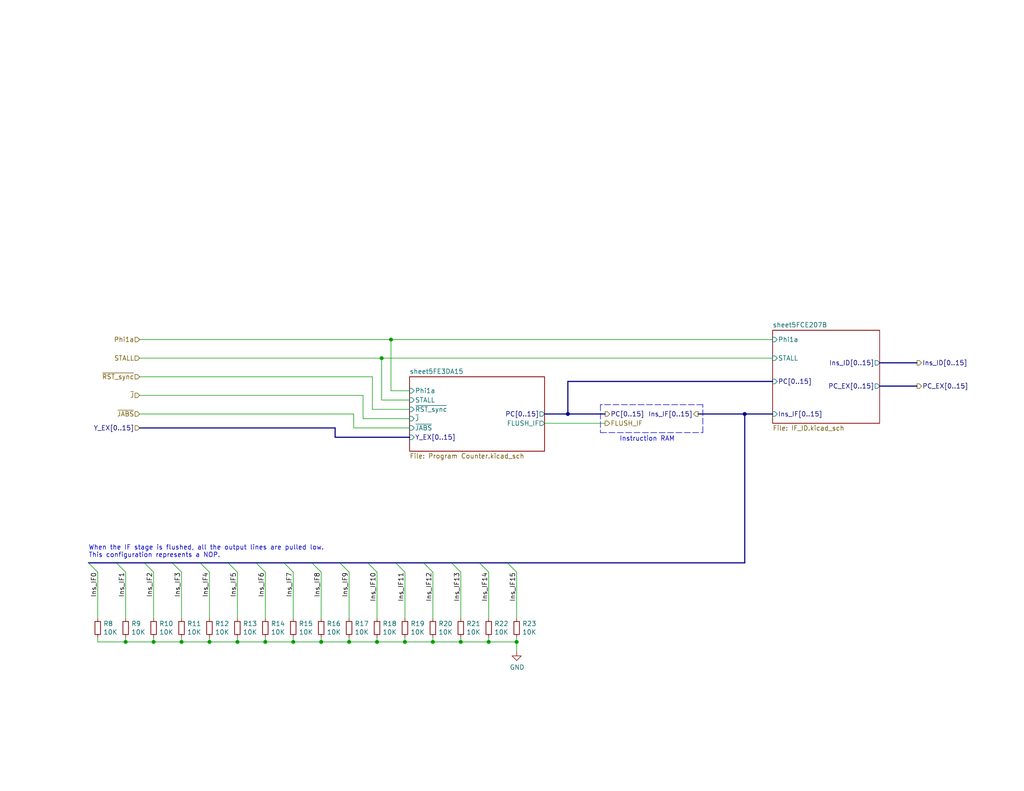
<source format=kicad_sch>
(kicad_sch (version 20211123) (generator eeschema)
  (paper "USLetter")
  (title_block (title "IF") (date "2022-09-25") (rev "C"))
  (lib_symbols
    (symbol "Device:R_Small" (pin_numbers hide) (pin_names (offset 0.254) hide)
      (property "Reference" "R" (at 0.762 0.508 0))
      (property "Value" "R_Small" (at 0.762 -1.016 0))
      (symbol "R_Small_0_1"
        (rectangle (start -0.762 1.778) (end 0.762 -1.778) (stroke (width 0.2032)))
      )
      (symbol "R_Small_1_1"
        (pin passive line (at 0 2.54 270) (length 0.762) (name "~") (number "1"))
        (pin passive line (at 0 -2.54 90) (length 0.762) (name "~") (number "2"))
      )
    )
    (symbol "power:GND" (power) (pin_names (offset 0))
      (property "Value" "GND" (at 0 -3.81 0))
      (symbol "GND_0_1"
        (polyline (pts (xy 0 0) (xy 0 -1.27) (xy 1.27 -1.27) (xy 0 -2.54) (xy -1.27 -1.27) (xy 0 -1.27)))
      )
      (symbol "GND_1_1"
        (pin power_in line (at 0 0 270) (length 0) hide (name "GND") (number "1"))
      )
    )
  )
  (junction (at 64.77 175.26))
  (junction (at 80.01 175.26))
  (junction (at 87.63 175.26))
  (junction (at 203.2 113.03))
  (junction (at 102.87 175.26))
  (junction (at 57.15 175.26))
  (junction (at 104.14 97.79))
  (junction (at 125.73 175.26))
  (junction (at 72.39 175.26))
  (junction (at 106.68 92.71))
  (junction (at 154.94 113.03))
  (junction (at 34.29 175.26))
  (junction (at 133.35 175.26))
  (junction (at 110.49 175.26))
  (junction (at 49.53 175.26))
  (junction (at 95.25 175.26))
  (junction (at 140.97 175.26))
  (junction (at 118.11 175.26))
  (junction (at 41.91 175.26))
  (bus_entry (at 57.15 156.21) (size -2.54 -2.54))
  (bus_entry (at 87.63 156.21) (size -2.54 -2.54))
  (bus_entry (at 140.97 156.21) (size -2.54 -2.54))
  (bus_entry (at 102.87 156.21) (size -2.54 -2.54))
  (bus_entry (at 95.25 156.21) (size -2.54 -2.54))
  (bus_entry (at 41.91 156.21) (size -2.54 -2.54))
  (bus_entry (at 80.01 156.21) (size -2.54 -2.54))
  (bus_entry (at 118.11 156.21) (size -2.54 -2.54))
  (bus_entry (at 64.77 156.21) (size -2.54 -2.54))
  (bus_entry (at 133.35 156.21) (size -2.54 -2.54))
  (bus_entry (at 125.73 156.21) (size -2.54 -2.54))
  (bus_entry (at 34.29 156.21) (size -2.54 -2.54))
  (bus_entry (at 26.67 156.21) (size -2.54 -2.54))
  (bus_entry (at 49.53 156.21) (size -2.54 -2.54))
  (bus_entry (at 110.49 156.21) (size -2.54 -2.54))
  (bus_entry (at 72.39 156.21) (size -2.54 -2.54))
  (bus (pts (xy 148.59 113.03) (xy 154.94 113.03)))
  (bus (pts (xy 107.95 153.67) (xy 115.57 153.67)))
  (wire (pts (xy 41.91 175.26) (xy 41.91 173.99)))
  (bus (pts (xy 115.57 153.67) (xy 123.19 153.67)))
  (wire (pts (xy 26.67 156.21) (xy 26.67 168.91)))
  (wire (pts (xy 106.68 92.71) (xy 210.82 92.71)))
  (wire (pts (xy 118.11 156.21) (xy 118.11 168.91)))
  (wire (pts (xy 140.97 175.26) (xy 133.35 175.26)))
  (wire (pts (xy 125.73 175.26) (xy 125.73 173.99)))
  (bus (pts (xy 92.71 153.67) (xy 100.33 153.67)))
  (polyline (pts (xy 191.77 110.49) (xy 163.83 110.49)))
  (bus (pts (xy 154.94 104.14) (xy 210.82 104.14)))
  (bus (pts (xy 62.23 153.67) (xy 69.85 153.67)))
  (bus (pts (xy 77.47 153.67) (xy 85.09 153.67)))
  (wire (pts (xy 38.1 107.95) (xy 99.06 107.95)))
  (wire (pts (xy 87.63 156.21) (xy 87.63 168.91)))
  (bus (pts (xy 85.09 153.67) (xy 92.71 153.67)))
  (wire (pts (xy 49.53 175.26) (xy 49.53 173.99)))
  (wire (pts (xy 133.35 175.26) (xy 133.35 173.99)))
  (polyline (pts (xy 163.83 118.11) (xy 191.77 118.11)))
  (wire (pts (xy 102.87 175.26) (xy 102.87 173.99)))
  (bus (pts (xy 250.19 105.41) (xy 240.03 105.41)))
  (bus (pts (xy 111.76 119.38) (xy 91.44 119.38)))
  (wire (pts (xy 101.6 111.76) (xy 101.6 102.87)))
  (wire (pts (xy 102.87 175.26) (xy 95.25 175.26)))
  (wire (pts (xy 148.59 115.57) (xy 165.1 115.57)))
  (wire (pts (xy 95.25 156.21) (xy 95.25 168.91)))
  (wire (pts (xy 26.67 175.26) (xy 26.67 173.99)))
  (wire (pts (xy 95.25 175.26) (xy 87.63 175.26)))
  (wire (pts (xy 110.49 156.21) (xy 110.49 168.91)))
  (wire (pts (xy 72.39 156.21) (xy 72.39 168.91)))
  (wire (pts (xy 38.1 97.79) (xy 104.14 97.79)))
  (wire (pts (xy 87.63 175.26) (xy 87.63 173.99)))
  (wire (pts (xy 210.82 97.79) (xy 104.14 97.79)))
  (wire (pts (xy 57.15 175.26) (xy 49.53 175.26)))
  (wire (pts (xy 38.1 102.87) (xy 101.6 102.87)))
  (wire (pts (xy 41.91 175.26) (xy 34.29 175.26)))
  (bus (pts (xy 123.19 153.67) (xy 130.81 153.67)))
  (bus (pts (xy 138.43 153.67) (xy 203.2 153.67)))
  (wire (pts (xy 133.35 175.26) (xy 125.73 175.26)))
  (wire (pts (xy 64.77 175.26) (xy 64.77 173.99)))
  (wire (pts (xy 118.11 175.26) (xy 118.11 173.99)))
  (wire (pts (xy 80.01 175.26) (xy 72.39 175.26)))
  (wire (pts (xy 64.77 175.26) (xy 57.15 175.26)))
  (wire (pts (xy 95.25 175.26) (xy 95.25 173.99)))
  (bus (pts (xy 203.2 113.03) (xy 210.82 113.03)))
  (wire (pts (xy 110.49 175.26) (xy 110.49 173.99)))
  (wire (pts (xy 111.76 114.3) (xy 99.06 114.3)))
  (polyline (pts (xy 163.83 110.49) (xy 163.83 118.11)))
  (wire (pts (xy 57.15 156.21) (xy 57.15 168.91)))
  (bus (pts (xy 190.5 113.03) (xy 203.2 113.03)))
  (wire (pts (xy 38.1 113.03) (xy 96.52 113.03)))
  (wire (pts (xy 34.29 175.26) (xy 34.29 173.99)))
  (wire (pts (xy 80.01 175.26) (xy 80.01 173.99)))
  (wire (pts (xy 111.76 109.22) (xy 104.14 109.22)))
  (wire (pts (xy 110.49 175.26) (xy 102.87 175.26)))
  (bus (pts (xy 91.44 116.84) (xy 38.1 116.84)))
  (bus (pts (xy 46.99 153.67) (xy 54.61 153.67)))
  (wire (pts (xy 34.29 156.21) (xy 34.29 168.91)))
  (wire (pts (xy 49.53 175.26) (xy 41.91 175.26)))
  (wire (pts (xy 111.76 116.84) (xy 96.52 116.84)))
  (wire (pts (xy 64.77 156.21) (xy 64.77 168.91)))
  (polyline (pts (xy 191.77 118.11) (xy 191.77 110.49)))
  (wire (pts (xy 96.52 116.84) (xy 96.52 113.03)))
  (wire (pts (xy 140.97 156.21) (xy 140.97 168.91)))
  (wire (pts (xy 140.97 175.26) (xy 140.97 173.99)))
  (wire (pts (xy 80.01 156.21) (xy 80.01 168.91)))
  (wire (pts (xy 111.76 111.76) (xy 101.6 111.76)))
  (wire (pts (xy 72.39 175.26) (xy 72.39 173.99)))
  (wire (pts (xy 111.76 106.68) (xy 106.68 106.68)))
  (wire (pts (xy 72.39 175.26) (xy 64.77 175.26)))
  (bus (pts (xy 54.61 153.67) (xy 62.23 153.67)))
  (wire (pts (xy 38.1 92.71) (xy 106.68 92.71)))
  (bus (pts (xy 203.2 153.67) (xy 203.2 113.03)))
  (wire (pts (xy 125.73 175.26) (xy 118.11 175.26)))
  (bus (pts (xy 240.03 99.06) (xy 250.19 99.06)))
  (wire (pts (xy 102.87 156.21) (xy 102.87 168.91)))
  (wire (pts (xy 87.63 175.26) (xy 80.01 175.26)))
  (bus (pts (xy 91.44 119.38) (xy 91.44 116.84)))
  (bus (pts (xy 69.85 153.67) (xy 77.47 153.67)))
  (wire (pts (xy 57.15 175.26) (xy 57.15 173.99)))
  (bus (pts (xy 130.81 153.67) (xy 138.43 153.67)))
  (wire (pts (xy 125.73 156.21) (xy 125.73 168.91)))
  (wire (pts (xy 99.06 114.3) (xy 99.06 107.95)))
  (wire (pts (xy 133.35 156.21) (xy 133.35 168.91)))
  (wire (pts (xy 41.91 156.21) (xy 41.91 168.91)))
  (bus (pts (xy 100.33 153.67) (xy 107.95 153.67)))
  (bus (pts (xy 24.13 153.67) (xy 31.75 153.67)))
  (bus (pts (xy 165.1 113.03) (xy 154.94 113.03)))
  (wire (pts (xy 140.97 177.8) (xy 140.97 175.26)))
  (bus (pts (xy 39.37 153.67) (xy 46.99 153.67)))
  (wire (pts (xy 34.29 175.26) (xy 26.67 175.26)))
  (bus (pts (xy 31.75 153.67) (xy 39.37 153.67)))
  (wire (pts (xy 49.53 156.21) (xy 49.53 168.91)))
  (wire (pts (xy 104.14 97.79) (xy 104.14 109.22)))
  (bus (pts (xy 154.94 113.03) (xy 154.94 104.14)))
  (wire (pts (xy 118.11 175.26) (xy 110.49 175.26)))
  (wire (pts (xy 106.68 92.71) (xy 106.68 106.68)))
  (text "Instruction RAM" (at 184.15 120.65 180) (effects (font (size 1.27 1.27)) (justify right bottom)))
  (text "When the IF stage is flushed, all the output lines are pulled low.\nThis configuration represents a NOP." (at 24.13 152.4 0) (effects (font (size 1.27 1.27)) (justify left bottom)))
  (label "Ins_IF11" (at 110.49 156.21 270))
  (label "Ins_IF13" (at 125.73 156.21 270))
  (label "Ins_IF6" (at 72.39 156.21 270))
  (label "Ins_IF12" (at 118.11 156.21 270))
  (label "Ins_IF14" (at 133.35 156.21 270))
  (label "Ins_IF1" (at 34.29 156.21 270))
  (label "Ins_IF10" (at 102.87 156.21 270))
  (label "Ins_IF5" (at 64.77 156.21 270))
  (label "Ins_IF0" (at 26.67 156.21 270))
  (label "Ins_IF8" (at 87.63 156.21 270))
  (label "Ins_IF9" (at 95.25 156.21 270))
  (label "Ins_IF7" (at 80.01 156.21 270))
  (label "Ins_IF3" (at 49.53 156.21 270))
  (label "Ins_IF15" (at 140.97 156.21 270))
  (label "Ins_IF2" (at 41.91 156.21 270))
  (label "Ins_IF4" (at 57.15 156.21 270))
  (hierarchical_label "Phi1a" (shape input) (at 38.1 92.71 180))
  (hierarchical_label "~{RST_sync}" (shape input) (at 38.1 102.87 180))
  (hierarchical_label "~{J}" (shape input) (at 38.1 107.95 180))
  (hierarchical_label "Ins_IF[0..15]" (shape output) (at 190.5 113.03 180))
  (hierarchical_label "PC[0..15]" (shape output) (at 165.1 113.03 0))
  (hierarchical_label "STALL" (shape input) (at 38.1 97.79 180))
  (hierarchical_label "PC_EX[0..15]" (shape output) (at 250.19 105.41 0))
  (hierarchical_label "Y_EX[0..15]" (shape input) (at 38.1 116.84 180))
  (hierarchical_label "~{JABS}" (shape input) (at 38.1 113.03 180))
  (hierarchical_label "Ins_ID[0..15]" (shape output) (at 250.19 99.06 0))
  (hierarchical_label "FLUSH_IF" (shape output) (at 165.1 115.57 0))
  (symbol (lib_id "Device:R_Small") (at 133.35 171.45 0) (unit 1)
    (property "Reference" "R22" (at 134.8486 170.2816 0) (effects (justify left)))
    (property "Value" "10K" (at 134.8486 172.593 0) (effects (justify left)))
    (property "Footprint" "Resistor_SMD:R_0603_1608Metric_Pad0.98x0.95mm_HandSolder" (effects hide))
    (property "Mouser" "https://www.mouser.com/ProductDetail/652-CR0603FX-1002ELF" (effects hide))
  )
  (symbol (lib_id "Device:R_Small") (at 64.77 171.45 0) (unit 1)
    (property "Reference" "R13" (at 66.2686 170.2816 0) (effects (justify left)))
    (property "Value" "10K" (at 66.2686 172.593 0) (effects (justify left)))
    (property "Footprint" "Resistor_SMD:R_0603_1608Metric_Pad0.98x0.95mm_HandSolder" (effects hide))
    (property "Mouser" "https://www.mouser.com/ProductDetail/652-CR0603FX-1002ELF" (effects hide))
  )
  (symbol (lib_id "Device:R_Small") (at 110.49 171.45 0) (unit 1)
    (property "Reference" "R19" (at 111.9886 170.2816 0) (effects (justify left)))
    (property "Value" "10K" (at 111.9886 172.593 0) (effects (justify left)))
    (property "Footprint" "Resistor_SMD:R_0603_1608Metric_Pad0.98x0.95mm_HandSolder" (effects hide))
    (property "Mouser" "https://www.mouser.com/ProductDetail/652-CR0603FX-1002ELF" (effects hide))
  )
  (symbol (lib_id "Device:R_Small") (at 95.25 171.45 0) (unit 1)
    (property "Reference" "R17" (at 96.7486 170.2816 0) (effects (justify left)))
    (property "Value" "10K" (at 96.7486 172.593 0) (effects (justify left)))
    (property "Footprint" "Resistor_SMD:R_0603_1608Metric_Pad0.98x0.95mm_HandSolder" (effects hide))
    (property "Mouser" "https://www.mouser.com/ProductDetail/652-CR0603FX-1002ELF" (effects hide))
  )
  (symbol (lib_id "Device:R_Small") (at 118.11 171.45 0) (unit 1)
    (property "Reference" "R20" (at 119.6086 170.2816 0) (effects (justify left)))
    (property "Value" "10K" (at 119.6086 172.593 0) (effects (justify left)))
    (property "Footprint" "Resistor_SMD:R_0603_1608Metric_Pad0.98x0.95mm_HandSolder" (effects hide))
    (property "Mouser" "https://www.mouser.com/ProductDetail/652-CR0603FX-1002ELF" (effects hide))
  )
  (symbol (lib_id "Device:R_Small") (at 87.63 171.45 0) (unit 1)
    (property "Reference" "R16" (at 89.1286 170.2816 0) (effects (justify left)))
    (property "Value" "10K" (at 89.1286 172.593 0) (effects (justify left)))
    (property "Footprint" "Resistor_SMD:R_0603_1608Metric_Pad0.98x0.95mm_HandSolder" (effects hide))
    (property "Mouser" "https://www.mouser.com/ProductDetail/652-CR0603FX-1002ELF" (effects hide))
  )
  (symbol (lib_id "Device:R_Small") (at 57.15 171.45 0) (unit 1)
    (property "Reference" "R12" (at 58.6486 170.2816 0) (effects (justify left)))
    (property "Value" "10K" (at 58.6486 172.593 0) (effects (justify left)))
    (property "Footprint" "Resistor_SMD:R_0603_1608Metric_Pad0.98x0.95mm_HandSolder" (effects hide))
    (property "Mouser" "https://www.mouser.com/ProductDetail/652-CR0603FX-1002ELF" (effects hide))
  )
  (symbol (lib_id "Device:R_Small") (at 102.87 171.45 0) (unit 1)
    (property "Reference" "R18" (at 104.3686 170.2816 0) (effects (justify left)))
    (property "Value" "10K" (at 104.3686 172.593 0) (effects (justify left)))
    (property "Footprint" "Resistor_SMD:R_0603_1608Metric_Pad0.98x0.95mm_HandSolder" (effects hide))
    (property "Mouser" "https://www.mouser.com/ProductDetail/652-CR0603FX-1002ELF" (effects hide))
  )
  (symbol (lib_id "Device:R_Small") (at 41.91 171.45 0) (unit 1)
    (property "Reference" "R10" (at 43.4086 170.2816 0) (effects (justify left)))
    (property "Value" "10K" (at 43.4086 172.593 0) (effects (justify left)))
    (property "Footprint" "Resistor_SMD:R_0603_1608Metric_Pad0.98x0.95mm_HandSolder" (effects hide))
    (property "Mouser" "https://www.mouser.com/ProductDetail/652-CR0603FX-1002ELF" (effects hide))
  )
  (symbol (lib_id "Device:R_Small") (at 72.39 171.45 0) (unit 1)
    (property "Reference" "R14" (at 73.8886 170.2816 0) (effects (justify left)))
    (property "Value" "10K" (at 73.8886 172.593 0) (effects (justify left)))
    (property "Footprint" "Resistor_SMD:R_0603_1608Metric_Pad0.98x0.95mm_HandSolder" (effects hide))
    (property "Mouser" "https://www.mouser.com/ProductDetail/652-CR0603FX-1002ELF" (effects hide))
  )
  (symbol (lib_id "Device:R_Small") (at 49.53 171.45 0) (unit 1)
    (property "Reference" "R11" (at 51.0286 170.2816 0) (effects (justify left)))
    (property "Value" "10K" (at 51.0286 172.593 0) (effects (justify left)))
    (property "Footprint" "Resistor_SMD:R_0603_1608Metric_Pad0.98x0.95mm_HandSolder" (effects hide))
    (property "Mouser" "https://www.mouser.com/ProductDetail/652-CR0603FX-1002ELF" (effects hide))
  )
  (symbol (lib_id "Device:R_Small") (at 34.29 171.45 0) (unit 1)
    (property "Reference" "R9" (at 35.7886 170.2816 0) (effects (justify left)))
    (property "Value" "10K" (at 35.7886 172.593 0) (effects (justify left)))
    (property "Footprint" "Resistor_SMD:R_0603_1608Metric_Pad0.98x0.95mm_HandSolder" (effects hide))
    (property "Mouser" "https://www.mouser.com/ProductDetail/652-CR0603FX-1002ELF" (effects hide))
  )
  (symbol (lib_id "power:GND") (at 140.97 177.8 0) (unit 1)
    (property "Reference" "#PWR0283" (effects hide))
    (property "Value" "GND" (at 141.097 182.1942 0))
  )
  (symbol (lib_id "Device:R_Small") (at 80.01 171.45 0) (unit 1)
    (property "Reference" "R15" (at 81.5086 170.2816 0) (effects (justify left)))
    (property "Value" "10K" (at 81.5086 172.593 0) (effects (justify left)))
    (property "Footprint" "Resistor_SMD:R_0603_1608Metric_Pad0.98x0.95mm_HandSolder" (effects hide))
    (property "Mouser" "https://www.mouser.com/ProductDetail/652-CR0603FX-1002ELF" (effects hide))
  )
  (symbol (lib_id "Device:R_Small") (at 125.73 171.45 0) (unit 1)
    (property "Reference" "R21" (at 127.2286 170.2816 0) (effects (justify left)))
    (property "Value" "10K" (at 127.2286 172.593 0) (effects (justify left)))
    (property "Footprint" "Resistor_SMD:R_0603_1608Metric_Pad0.98x0.95mm_HandSolder" (effects hide))
    (property "Mouser" "https://www.mouser.com/ProductDetail/652-CR0603FX-1002ELF" (effects hide))
  )
  (symbol (lib_id "Device:R_Small") (at 26.67 171.45 0) (unit 1)
    (property "Reference" "R8" (at 28.1686 170.2816 0) (effects (justify left)))
    (property "Value" "10K" (at 28.1686 172.593 0) (effects (justify left)))
    (property "Footprint" "Resistor_SMD:R_0603_1608Metric_Pad0.98x0.95mm_HandSolder" (effects hide))
    (property "Mouser" "https://www.mouser.com/ProductDetail/652-CR0603FX-1002ELF" (effects hide))
  )
  (symbol (lib_id "Device:R_Small") (at 140.97 171.45 0) (unit 1)
    (property "Reference" "R23" (at 142.4686 170.2816 0) (effects (justify left)))
    (property "Value" "10K" (at 142.4686 172.593 0) (effects (justify left)))
    (property "Footprint" "Resistor_SMD:R_0603_1608Metric_Pad0.98x0.95mm_HandSolder" (effects hide))
    (property "Mouser" "https://www.mouser.com/ProductDetail/652-CR0603FX-1002ELF" (effects hide))
  )
  (sheet (at 210.82 90.17) (size 29.21 25.4)
    (property "Sheet name" "sheet5FCE207B" (at 210.82 89.4584 0) (effects (justify left bottom)))
    (property "Sheet file" "IF_ID.kicad_sch" (at 210.82 116.1546 0) (effects (justify left top)))
    (pin "PC[0..15]" input (at 210.82 104.14 180))
    (pin "PC_EX[0..15]" output (at 240.03 105.41 0))
    (pin "Ins_IF[0..15]" input (at 210.82 113.03 180))
    (pin "Ins_ID[0..15]" output (at 240.03 99.06 0))
    (pin "STALL" input (at 210.82 97.79 180))
    (pin "Phi1a" input (at 210.82 92.71 180))
  )
  (sheet (at 111.76 102.87) (size 36.83 20.32)
    (property "Sheet name" "sheet5FE3DA15" (at 111.76 102.1584 0) (effects (justify left bottom)))
    (property "Sheet file" "Program Counter.kicad_sch" (at 111.76 123.7746 0) (effects (justify left top)))
    (pin "~{RST_sync}" input (at 111.76 111.76 180))
    (pin "~{J}" input (at 111.76 114.3 180))
    (pin "PC[0..15]" output (at 148.59 113.03 0))
    (pin "Y_EX[0..15]" input (at 111.76 119.38 180))
    (pin "~{JABS}" input (at 111.76 116.84 180))
    (pin "STALL" input (at 111.76 109.22 180))
    (pin "FLUSH_IF" output (at 148.59 115.57 0))
    (pin "Phi1a" input (at 111.76 106.68 180))
  )
)
</source>
